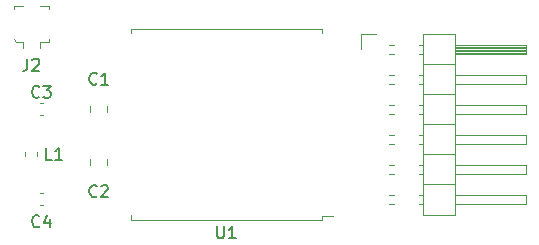
<source format=gbr>
%TF.GenerationSoftware,KiCad,Pcbnew,(6.0.7)*%
%TF.CreationDate,2022-10-03T21:19:44+02:00*%
%TF.ProjectId,RFM9xW_868_PMOD,52464d39-7857-45f3-9836-385f504d4f44,rev?*%
%TF.SameCoordinates,Original*%
%TF.FileFunction,Legend,Top*%
%TF.FilePolarity,Positive*%
%FSLAX46Y46*%
G04 Gerber Fmt 4.6, Leading zero omitted, Abs format (unit mm)*
G04 Created by KiCad (PCBNEW (6.0.7)) date 2022-10-03 21:19:44*
%MOMM*%
%LPD*%
G01*
G04 APERTURE LIST*
%ADD10C,0.150000*%
%ADD11C,0.120000*%
G04 APERTURE END LIST*
D10*
%TO.C,C3*%
X121345833Y-47187142D02*
X121298214Y-47234761D01*
X121155357Y-47282380D01*
X121060119Y-47282380D01*
X120917261Y-47234761D01*
X120822023Y-47139523D01*
X120774404Y-47044285D01*
X120726785Y-46853809D01*
X120726785Y-46710952D01*
X120774404Y-46520476D01*
X120822023Y-46425238D01*
X120917261Y-46330000D01*
X121060119Y-46282380D01*
X121155357Y-46282380D01*
X121298214Y-46330000D01*
X121345833Y-46377619D01*
X121679166Y-46282380D02*
X122298214Y-46282380D01*
X121964880Y-46663333D01*
X122107738Y-46663333D01*
X122202976Y-46710952D01*
X122250595Y-46758571D01*
X122298214Y-46853809D01*
X122298214Y-47091904D01*
X122250595Y-47187142D01*
X122202976Y-47234761D01*
X122107738Y-47282380D01*
X121822023Y-47282380D01*
X121726785Y-47234761D01*
X121679166Y-47187142D01*
%TO.C,C1*%
X126198333Y-46077142D02*
X126150714Y-46124761D01*
X126007857Y-46172380D01*
X125912619Y-46172380D01*
X125769761Y-46124761D01*
X125674523Y-46029523D01*
X125626904Y-45934285D01*
X125579285Y-45743809D01*
X125579285Y-45600952D01*
X125626904Y-45410476D01*
X125674523Y-45315238D01*
X125769761Y-45220000D01*
X125912619Y-45172380D01*
X126007857Y-45172380D01*
X126150714Y-45220000D01*
X126198333Y-45267619D01*
X127150714Y-46172380D02*
X126579285Y-46172380D01*
X126865000Y-46172380D02*
X126865000Y-45172380D01*
X126769761Y-45315238D01*
X126674523Y-45410476D01*
X126579285Y-45458095D01*
%TO.C,L1*%
X122388333Y-52522380D02*
X121912142Y-52522380D01*
X121912142Y-51522380D01*
X123245476Y-52522380D02*
X122674047Y-52522380D01*
X122959761Y-52522380D02*
X122959761Y-51522380D01*
X122864523Y-51665238D01*
X122769285Y-51760476D01*
X122674047Y-51808095D01*
%TO.C,U1*%
X136398095Y-58182380D02*
X136398095Y-58991904D01*
X136445714Y-59087142D01*
X136493333Y-59134761D01*
X136588571Y-59182380D01*
X136779047Y-59182380D01*
X136874285Y-59134761D01*
X136921904Y-59087142D01*
X136969523Y-58991904D01*
X136969523Y-58182380D01*
X137969523Y-59182380D02*
X137398095Y-59182380D01*
X137683809Y-59182380D02*
X137683809Y-58182380D01*
X137588571Y-58325238D01*
X137493333Y-58420476D01*
X137398095Y-58468095D01*
%TO.C,C4*%
X121345833Y-58142142D02*
X121298214Y-58189761D01*
X121155357Y-58237380D01*
X121060119Y-58237380D01*
X120917261Y-58189761D01*
X120822023Y-58094523D01*
X120774404Y-57999285D01*
X120726785Y-57808809D01*
X120726785Y-57665952D01*
X120774404Y-57475476D01*
X120822023Y-57380238D01*
X120917261Y-57285000D01*
X121060119Y-57237380D01*
X121155357Y-57237380D01*
X121298214Y-57285000D01*
X121345833Y-57332619D01*
X122202976Y-57570714D02*
X122202976Y-58237380D01*
X121964880Y-57189761D02*
X121726785Y-57904047D01*
X122345833Y-57904047D01*
%TO.C,J2*%
X120316666Y-43997380D02*
X120316666Y-44711666D01*
X120269047Y-44854523D01*
X120173809Y-44949761D01*
X120030952Y-44997380D01*
X119935714Y-44997380D01*
X120745238Y-44092619D02*
X120792857Y-44045000D01*
X120888095Y-43997380D01*
X121126190Y-43997380D01*
X121221428Y-44045000D01*
X121269047Y-44092619D01*
X121316666Y-44187857D01*
X121316666Y-44283095D01*
X121269047Y-44425952D01*
X120697619Y-44997380D01*
X121316666Y-44997380D01*
%TO.C,C2*%
X126198333Y-55602142D02*
X126150714Y-55649761D01*
X126007857Y-55697380D01*
X125912619Y-55697380D01*
X125769761Y-55649761D01*
X125674523Y-55554523D01*
X125626904Y-55459285D01*
X125579285Y-55268809D01*
X125579285Y-55125952D01*
X125626904Y-54935476D01*
X125674523Y-54840238D01*
X125769761Y-54745000D01*
X125912619Y-54697380D01*
X126007857Y-54697380D01*
X126150714Y-54745000D01*
X126198333Y-54792619D01*
X126579285Y-54792619D02*
X126626904Y-54745000D01*
X126722142Y-54697380D01*
X126960238Y-54697380D01*
X127055476Y-54745000D01*
X127103095Y-54792619D01*
X127150714Y-54887857D01*
X127150714Y-54983095D01*
X127103095Y-55125952D01*
X126531666Y-55697380D01*
X127150714Y-55697380D01*
D11*
%TO.C,J1*%
X150902929Y-50420000D02*
X151357071Y-50420000D01*
X162500000Y-42800000D02*
X162500000Y-43560000D01*
X156500000Y-43220000D02*
X162500000Y-43220000D01*
X156500000Y-42860000D02*
X162500000Y-42860000D01*
X153840000Y-41850000D02*
X153840000Y-57210000D01*
X148590000Y-41910000D02*
X149860000Y-41910000D01*
X156500000Y-43100000D02*
X162500000Y-43100000D01*
X150902929Y-55500000D02*
X151357071Y-55500000D01*
X156500000Y-43460000D02*
X162500000Y-43460000D01*
X153442929Y-47880000D02*
X153840000Y-47880000D01*
X162500000Y-46100000D02*
X156500000Y-46100000D01*
X153442929Y-43560000D02*
X153840000Y-43560000D01*
X153442929Y-45340000D02*
X153840000Y-45340000D01*
X153442929Y-51180000D02*
X153840000Y-51180000D01*
X153840000Y-49530000D02*
X156500000Y-49530000D01*
X148590000Y-43180000D02*
X148590000Y-41910000D01*
X153442929Y-55500000D02*
X153840000Y-55500000D01*
X153840000Y-54610000D02*
X156500000Y-54610000D01*
X153442929Y-48640000D02*
X153840000Y-48640000D01*
X150902929Y-45340000D02*
X151357071Y-45340000D01*
X153442929Y-42800000D02*
X153840000Y-42800000D01*
X156500000Y-42980000D02*
X162500000Y-42980000D01*
X162500000Y-47880000D02*
X162500000Y-48640000D01*
X162500000Y-48640000D02*
X156500000Y-48640000D01*
X150902929Y-52960000D02*
X151357071Y-52960000D01*
X156500000Y-41850000D02*
X153840000Y-41850000D01*
X150902929Y-48640000D02*
X151357071Y-48640000D01*
X153442929Y-46100000D02*
X153840000Y-46100000D01*
X153840000Y-52070000D02*
X156500000Y-52070000D01*
X162500000Y-43560000D02*
X156500000Y-43560000D01*
X156500000Y-50420000D02*
X162500000Y-50420000D01*
X150902929Y-56260000D02*
X151357071Y-56260000D01*
X156500000Y-47880000D02*
X162500000Y-47880000D01*
X153442929Y-50420000D02*
X153840000Y-50420000D01*
X150902929Y-46100000D02*
X151357071Y-46100000D01*
X153840000Y-57210000D02*
X156500000Y-57210000D01*
X156500000Y-45340000D02*
X162500000Y-45340000D01*
X153442929Y-52960000D02*
X153840000Y-52960000D01*
X150902929Y-51180000D02*
X151357071Y-51180000D01*
X156500000Y-57210000D02*
X156500000Y-41850000D01*
X150902929Y-53720000D02*
X151357071Y-53720000D01*
X150970000Y-43560000D02*
X151357071Y-43560000D01*
X156500000Y-43340000D02*
X162500000Y-43340000D01*
X162500000Y-53720000D02*
X156500000Y-53720000D01*
X162500000Y-52960000D02*
X162500000Y-53720000D01*
X162500000Y-50420000D02*
X162500000Y-51180000D01*
X153442929Y-53720000D02*
X153840000Y-53720000D01*
X153442929Y-56260000D02*
X153840000Y-56260000D01*
X156500000Y-55500000D02*
X162500000Y-55500000D01*
X162500000Y-45340000D02*
X162500000Y-46100000D01*
X153840000Y-44450000D02*
X156500000Y-44450000D01*
X162500000Y-51180000D02*
X156500000Y-51180000D01*
X156500000Y-42800000D02*
X162500000Y-42800000D01*
X162500000Y-56260000D02*
X156500000Y-56260000D01*
X150902929Y-47880000D02*
X151357071Y-47880000D01*
X153840000Y-46990000D02*
X156500000Y-46990000D01*
X162500000Y-55500000D02*
X162500000Y-56260000D01*
X156500000Y-52960000D02*
X162500000Y-52960000D01*
X150970000Y-42800000D02*
X151357071Y-42800000D01*
%TO.C,C3*%
X121366233Y-48770000D02*
X121658767Y-48770000D01*
X121366233Y-47750000D02*
X121658767Y-47750000D01*
%TO.C,C1*%
X127100000Y-48521252D02*
X127100000Y-47998748D01*
X125630000Y-48521252D02*
X125630000Y-47998748D01*
%TO.C,L1*%
X120140000Y-51898733D02*
X120140000Y-52241267D01*
X121160000Y-51898733D02*
X121160000Y-52241267D01*
%TO.C,U1*%
X129060000Y-57630000D02*
X129060000Y-57230000D01*
X129060000Y-41430000D02*
X129060000Y-41830000D01*
X145260000Y-57630000D02*
X129060000Y-57630000D01*
X145260000Y-57280000D02*
X146160000Y-57280000D01*
X145260000Y-57630000D02*
X145260000Y-57280000D01*
X145260000Y-41830000D02*
X145260000Y-41430000D01*
X145260000Y-41430000D02*
X129060000Y-41430000D01*
%TO.C,C4*%
X121366233Y-56390000D02*
X121658767Y-56390000D01*
X121366233Y-55370000D02*
X121658767Y-55370000D01*
%TO.C,J2*%
X119150000Y-39745000D02*
X119150000Y-39545000D01*
X122150000Y-42545000D02*
X121350000Y-42545000D01*
X122150000Y-39545000D02*
X122150000Y-39745000D01*
X119150000Y-39545000D02*
X119950000Y-39545000D01*
X121350000Y-42545000D02*
X121350000Y-43045000D01*
X122150000Y-42345000D02*
X122150000Y-42545000D01*
X119950000Y-42545000D02*
X119350000Y-42545000D01*
X119950000Y-42545000D02*
X119950000Y-43045000D01*
X119350000Y-42545000D02*
X119150000Y-42345000D01*
X121350000Y-39545000D02*
X122150000Y-39545000D01*
%TO.C,C2*%
X125630000Y-52443748D02*
X125630000Y-52966252D01*
X127100000Y-52443748D02*
X127100000Y-52966252D01*
%TD*%
M02*

</source>
